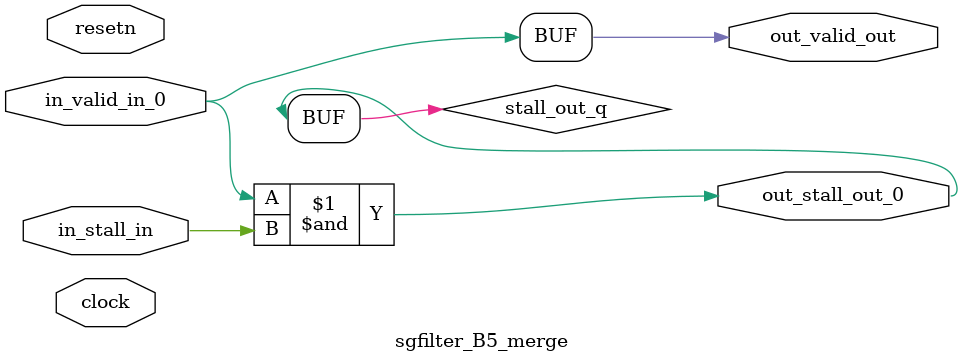
<source format=sv>



(* altera_attribute = "-name AUTO_SHIFT_REGISTER_RECOGNITION OFF; -name MESSAGE_DISABLE 10036; -name MESSAGE_DISABLE 10037; -name MESSAGE_DISABLE 14130; -name MESSAGE_DISABLE 14320; -name MESSAGE_DISABLE 15400; -name MESSAGE_DISABLE 14130; -name MESSAGE_DISABLE 10036; -name MESSAGE_DISABLE 12020; -name MESSAGE_DISABLE 12030; -name MESSAGE_DISABLE 12010; -name MESSAGE_DISABLE 12110; -name MESSAGE_DISABLE 14320; -name MESSAGE_DISABLE 13410; -name MESSAGE_DISABLE 113007; -name MESSAGE_DISABLE 10958" *)
module sgfilter_B5_merge (
    input wire [0:0] in_stall_in,
    input wire [0:0] in_valid_in_0,
    output wire [0:0] out_stall_out_0,
    output wire [0:0] out_valid_out,
    input wire clock,
    input wire resetn
    );

    wire [0:0] stall_out_q;


    // stall_out(LOGICAL,6)
    assign stall_out_q = in_valid_in_0 & in_stall_in;

    // out_stall_out_0(GPOUT,4)
    assign out_stall_out_0 = stall_out_q;

    // out_valid_out(GPOUT,5)
    assign out_valid_out = in_valid_in_0;

endmodule

</source>
